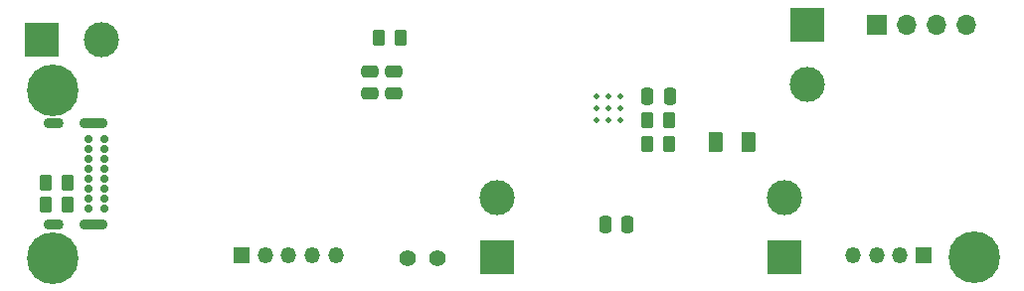
<source format=gbs>
G04 #@! TF.GenerationSoftware,KiCad,Pcbnew,(6.99.0-1936-gea29c66608)*
G04 #@! TF.CreationDate,2022-05-24T07:37:37+02:00*
G04 #@! TF.ProjectId,BalthazarPSU3,42616c74-6861-47a6-9172-505355332e6b,rev?*
G04 #@! TF.SameCoordinates,Original*
G04 #@! TF.FileFunction,Soldermask,Bot*
G04 #@! TF.FilePolarity,Negative*
%FSLAX46Y46*%
G04 Gerber Fmt 4.6, Leading zero omitted, Abs format (unit mm)*
G04 Created by KiCad (PCBNEW (6.99.0-1936-gea29c66608)) date 2022-05-24 07:37:37*
%MOMM*%
%LPD*%
G01*
G04 APERTURE LIST*
G04 Aperture macros list*
%AMRoundRect*
0 Rectangle with rounded corners*
0 $1 Rounding radius*
0 $2 $3 $4 $5 $6 $7 $8 $9 X,Y pos of 4 corners*
0 Add a 4 corners polygon primitive as box body*
4,1,4,$2,$3,$4,$5,$6,$7,$8,$9,$2,$3,0*
0 Add four circle primitives for the rounded corners*
1,1,$1+$1,$2,$3*
1,1,$1+$1,$4,$5*
1,1,$1+$1,$6,$7*
1,1,$1+$1,$8,$9*
0 Add four rect primitives between the rounded corners*
20,1,$1+$1,$2,$3,$4,$5,0*
20,1,$1+$1,$4,$5,$6,$7,0*
20,1,$1+$1,$6,$7,$8,$9,0*
20,1,$1+$1,$8,$9,$2,$3,0*%
G04 Aperture macros list end*
%ADD10C,1.400000*%
%ADD11C,0.500000*%
%ADD12R,3.000000X3.000000*%
%ADD13C,3.000000*%
%ADD14C,0.700000*%
%ADD15O,2.400000X0.900000*%
%ADD16O,1.700000X0.900000*%
%ADD17O,1.700000X1.700000*%
%ADD18R,1.700000X1.700000*%
%ADD19R,1.350000X1.350000*%
%ADD20O,1.350000X1.350000*%
%ADD21C,4.400000*%
%ADD22RoundRect,0.250000X0.375000X0.625000X-0.375000X0.625000X-0.375000X-0.625000X0.375000X-0.625000X0*%
%ADD23RoundRect,0.250000X-0.262500X-0.450000X0.262500X-0.450000X0.262500X0.450000X-0.262500X0.450000X0*%
%ADD24RoundRect,0.250000X-0.475000X0.250000X-0.475000X-0.250000X0.475000X-0.250000X0.475000X0.250000X0*%
%ADD25RoundRect,0.250000X-0.250000X-0.475000X0.250000X-0.475000X0.250000X0.475000X-0.250000X0.475000X0*%
G04 APERTURE END LIST*
D10*
X135275000Y-80772000D03*
X137815000Y-80772000D03*
D11*
X153401000Y-68976000D03*
X153401000Y-67960000D03*
X153401000Y-66944000D03*
X152385000Y-68976000D03*
X152385000Y-67960000D03*
X152385000Y-66944000D03*
X151369000Y-68976000D03*
X151369000Y-67960000D03*
X151369000Y-66944000D03*
D12*
X142874999Y-80644999D03*
D13*
X142875000Y-75565000D03*
D12*
X169290999Y-60832999D03*
D13*
X169291000Y-65913000D03*
D12*
X167385999Y-80644999D03*
D13*
X167386000Y-75565000D03*
D14*
X109474000Y-70612000D03*
X109474000Y-71462000D03*
X109474000Y-72312000D03*
X109474000Y-73162000D03*
X109474000Y-74012000D03*
X109474000Y-74862000D03*
X109474000Y-75712000D03*
X109474000Y-76562000D03*
X108124000Y-76562000D03*
X108124000Y-75712000D03*
X108124000Y-74862000D03*
X108124000Y-74012000D03*
X108124000Y-73162000D03*
X108124000Y-72312000D03*
X108124000Y-71462000D03*
X108124000Y-70612000D03*
D15*
X108493999Y-69261999D03*
D16*
X105113999Y-69261999D03*
D15*
X108493999Y-77911999D03*
D16*
X105113999Y-77911999D03*
D13*
X109220000Y-62103000D03*
D12*
X104139999Y-62102999D03*
D17*
X182879999Y-60832999D03*
X180339999Y-60832999D03*
X177799999Y-60832999D03*
D18*
X175259999Y-60832999D03*
D19*
X121157999Y-80517999D03*
D20*
X123157999Y-80517999D03*
X125157999Y-80517999D03*
X127157999Y-80517999D03*
X129157999Y-80517999D03*
D19*
X179196999Y-80517999D03*
D20*
X177196999Y-80517999D03*
X175196999Y-80517999D03*
X173196999Y-80517999D03*
D21*
X105029000Y-66421000D03*
X105029000Y-80772000D03*
X183515000Y-80645000D03*
D22*
X164341000Y-70866000D03*
X161541000Y-70866000D03*
D23*
X155678500Y-70993000D03*
X157503500Y-70993000D03*
X155678500Y-68961000D03*
X157503500Y-68961000D03*
X132842000Y-61976000D03*
X134667000Y-61976000D03*
D24*
X132080000Y-64810500D03*
X132080000Y-66710500D03*
D25*
X155702000Y-66929000D03*
X157602000Y-66929000D03*
D24*
X134112000Y-64810500D03*
X134112000Y-66710500D03*
D23*
X104497500Y-74295000D03*
X106322500Y-74295000D03*
X104497500Y-76200000D03*
X106322500Y-76200000D03*
D25*
X152085000Y-77851000D03*
X153985000Y-77851000D03*
M02*

</source>
